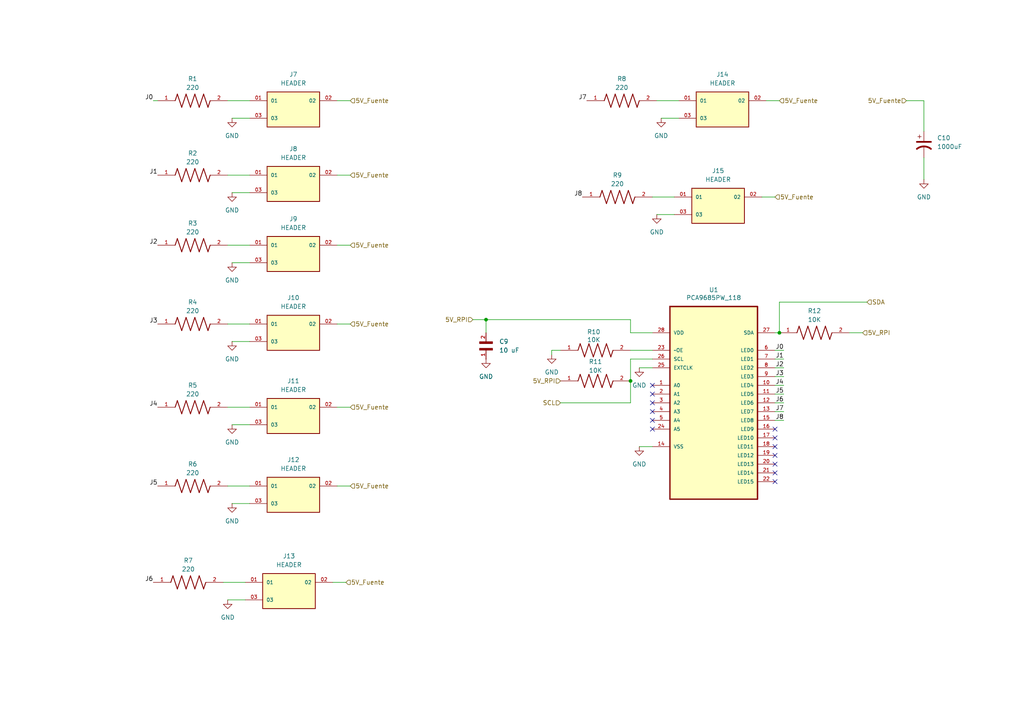
<source format=kicad_sch>
(kicad_sch (version 20250114) (generator "eeschema") (generator_version "9.0")
  (paper "A4")
  (title_block (title "Driver Servos"))
  (lib_symbols
    (symbol "CL31B106KOHNNNE:CL31B106KOHNNNE" (pin_names (offset 1.016))
      (property "Reference" "C" (at 0 3.8109 0))
      (property "Value" "CL31B106KOHNNNE" (at 0 -5.0885 0))
      (symbol "CL31B106KOHNNNE_0_0"
        (rectangle (start 0 -1.9069) (end 0.635 1.905) (stroke (width 0.1)) (fill (type outline)))
        (rectangle (start 1.9069 -1.9069) (end 2.54 1.905) (stroke (width 0.1)) (fill (type outline)))
        (pin passive line (at -2.54 0 0) (length 2.54) (name "~") (number "1"))
        (pin passive line (at 5.08 0 180) (length 2.54) (name "~") (number "2"))
      )
    )
    (symbol "CR0603AFX-1002EAS:CR0603AFX-1002EAS" (pin_names (offset 1.016))
      (property "Reference" "R" (at -7.6244 2.5415 0))
      (property "Value" "CR0603AFX-1002EAS" (at -7.63 -5.0866 0))
      (symbol "CR0603AFX-1002EAS_0_0"
        (polyline (pts (xy -5.08 0) (xy -4.445 1.905)) (stroke (width 0.254)))
        (polyline (pts (xy -4.445 1.905) (xy -3.175 -1.905)) (stroke (width 0.254)))
        (polyline (pts (xy -3.175 -1.905) (xy -1.905 1.905)) (stroke (width 0.254)))
        (polyline (pts (xy -1.905 1.905) (xy -0.635 -1.905)) (stroke (width 0.254)))
        (polyline (pts (xy -0.635 -1.905) (xy 0.635 1.905)) (stroke (width 0.254)))
        (polyline (pts (xy 0.635 1.905) (xy 1.905 -1.905)) (stroke (width 0.254)))
        (polyline (pts (xy 1.905 -1.905) (xy 3.175 1.905)) (stroke (width 0.254)))
        (polyline (pts (xy 3.175 1.905) (xy 4.445 -1.905)) (stroke (width 0.254)))
        (polyline (pts (xy 4.445 -1.905) (xy 5.08 0)) (stroke (width 0.254)))
        (pin passive line (at -10.16 0 0) (length 5.08) (name "~") (number "1"))
        (pin passive line (at 10.16 0 180) (length 5.08) (name "~") (number "2"))
      )
    )
    (symbol "Device:C_Polarized_US" (pin_numbers (hide yes)) (pin_names (offset 0.254) (hide yes))
      (property "Reference" "C" (at 0.635 2.54 0))
      (property "Value" "C_Polarized_US" (at 0.635 -2.54 0))
      (symbol "C_Polarized_US_0_1"
        (polyline (pts (xy -2.032 0.762) (xy 2.032 0.762)) (stroke (width 0.508)))
        (polyline (pts (xy -1.778 2.286) (xy -0.762 2.286)))
        (polyline (pts (xy -1.27 1.778) (xy -1.27 2.794)))
        (arc (start -2.032 -1.27) (mid 0 -0.5572) (end 2.032 -1.27) (stroke (width 0.508)))
      )
      (symbol "C_Polarized_US_1_1"
        (pin passive line (at 0 3.81 270) (length 2.794) (name "~") (number "1"))
        (pin passive line (at 0 -3.81 90) (length 3.302) (name "~") (number "2"))
      )
    )
    (symbol "PCA9685PW_118:PCA9685PW_118" (pin_names (offset 1.016))
      (property "Reference" "U" (at -5.3748 29.5233 0))
      (property "Value" "PCA9685PW_118" (at -3.0529 -35.7951 0))
      (symbol "PCA9685PW_118_0_0"
        (rectangle (start -12.7 -30.48) (end 12.7 25.4) (stroke (width 0.4064)) (fill (type background)))
        (pin power_in line (at -17.78 17.78 0) (length 5.08) (name "VDD") (number "28"))
        (pin input line (at -17.78 12.7 0) (length 5.08) (name "~OE") (number "23"))
        (pin input line (at -17.78 10.16 0) (length 5.08) (name "SCL") (number "26"))
        (pin input line (at -17.78 7.62 0) (length 5.08) (name "EXTCLK") (number "25"))
        (pin input line (at -17.78 2.54 0) (length 5.08) (name "A0") (number "1"))
        (pin input line (at -17.78 0 0) (length 5.08) (name "A1") (number "2"))
        (pin input line (at -17.78 -2.54 0) (length 5.08) (name "A2") (number "3"))
        (pin input line (at -17.78 -5.08 0) (length 5.08) (name "A3") (number "4"))
        (pin input line (at -17.78 -7.62 0) (length 5.08) (name "A4") (number "5"))
        (pin input line (at -17.78 -10.16 0) (length 5.08) (name "A5") (number "24"))
        (pin passive line (at -17.78 -15.24 0) (length 5.08) (name "VSS") (number "14"))
        (pin bidirectional line (at 17.78 17.78 180) (length 5.08) (name "SDA") (number "27"))
        (pin output line (at 17.78 12.7 180) (length 5.08) (name "LED0") (number "6"))
        (pin output line (at 17.78 10.16 180) (length 5.08) (name "LED1") (number "7"))
        (pin output line (at 17.78 7.62 180) (length 5.08) (name "LED2") (number "8"))
        (pin output line (at 17.78 5.08 180) (length 5.08) (name "LED3") (number "9"))
        (pin output line (at 17.78 2.54 180) (length 5.08) (name "LED4") (number "10"))
        (pin output line (at 17.78 0 180) (length 5.08) (name "LED5") (number "11"))
        (pin output line (at 17.78 -2.54 180) (length 5.08) (name "LED6") (number "12"))
        (pin output line (at 17.78 -5.08 180) (length 5.08) (name "LED7") (number "13"))
        (pin output line (at 17.78 -7.62 180) (length 5.08) (name "LED8") (number "15"))
        (pin output line (at 17.78 -10.16 180) (length 5.08) (name "LED9") (number "16"))
        (pin output line (at 17.78 -12.7 180) (length 5.08) (name "LED10") (number "17"))
        (pin output line (at 17.78 -15.24 180) (length 5.08) (name "LED11") (number "18"))
        (pin output line (at 17.78 -17.78 180) (length 5.08) (name "LED12") (number "19"))
        (pin output line (at 17.78 -20.32 180) (length 5.08) (name "LED13") (number "20"))
        (pin output line (at 17.78 -22.86 180) (length 5.08) (name "LED14") (number "21"))
        (pin output line (at 17.78 -25.4 180) (length 5.08) (name "LED15") (number "22"))
      )
    )
    (symbol "RC0402FR-07220RL:RC0402FR-07220RL" (pin_names (offset 1.016))
      (property "Reference" "R" (at -7.6244 2.5415 0))
      (property "Value" "RC0402FR-07220RL" (at -7.63 -5.0866 0))
      (symbol "RC0402FR-07220RL_0_0"
        (polyline (pts (xy -5.08 0) (xy -4.445 1.905)) (stroke (width 0.254)))
        (polyline (pts (xy -4.445 1.905) (xy -3.175 -1.905)) (stroke (width 0.254)))
        (polyline (pts (xy -3.175 -1.905) (xy -1.905 1.905)) (stroke (width 0.254)))
        (polyline (pts (xy -1.905 1.905) (xy -0.635 -1.905)) (stroke (width 0.254)))
        (polyline (pts (xy -0.635 -1.905) (xy 0.635 1.905)) (stroke (width 0.254)))
        (polyline (pts (xy 0.635 1.905) (xy 1.905 -1.905)) (stroke (width 0.254)))
        (polyline (pts (xy 1.905 -1.905) (xy 3.175 1.905)) (stroke (width 0.254)))
        (polyline (pts (xy 3.175 1.905) (xy 4.445 -1.905)) (stroke (width 0.254)))
        (polyline (pts (xy 4.445 -1.905) (xy 5.08 0)) (stroke (width 0.254)))
        (pin passive line (at -10.16 0 0) (length 5.08) (name "~") (number "1"))
        (pin passive line (at 10.16 0 180) (length 5.08) (name "~") (number "2"))
      )
    )
    (symbol "TSW-101-07-T-T:TSW-101-07-T-T" (pin_names (offset 1.016))
      (property "Reference" "J" (at -8.12 5.08 0))
      (property "Value" "TSW-101-07-T-T" (at -7.62 -7.62 0))
      (symbol "TSW-101-07-T-T_0_0"
        (rectangle (start -7.62 -5.08) (end 7.62 5.08) (stroke (width 0.254)) (fill (type background)))
        (pin passive line (at -12.7 2.54 0) (length 5.08) (name "01") (number "01"))
        (pin passive line (at -12.7 -2.54 0) (length 5.08) (name "03") (number "03"))
        (pin passive line (at 12.7 2.54 180) (length 5.08) (name "02") (number "02"))
      )
    )
    (symbol "power:GND" (power) (pin_numbers (hide yes)) (pin_names (offset 0) (hide yes))
      (property "Value" "GND" (at 0 -3.81 0))
      (symbol "GND_0_1"
        (polyline (pts (xy 0 0) (xy 0 -1.27) (xy 1.27 -1.27) (xy 0 -2.54) (xy -1.27 -1.27) (xy 0 -1.27)))
      )
      (symbol "GND_1_1"
        (pin power_in line (at 0 0 270) (length 0) (name "~") (number "1"))
      )
    )
  )
  (junction (at 182.88 110.49))
  (junction (at 140.97 92.71))
  (junction (at 226.06 96.52))
  (no_connect (at 189.23 124.46))
  (no_connect (at 224.79 134.62))
  (no_connect (at 224.79 127))
  (no_connect (at 189.23 119.38))
  (no_connect (at 224.79 139.7))
  (no_connect (at 224.79 129.54))
  (no_connect (at 189.23 111.76))
  (no_connect (at 224.79 132.08))
  (no_connect (at 189.23 121.92))
  (no_connect (at 224.79 137.16))
  (no_connect (at 189.23 114.3))
  (no_connect (at 189.23 116.84))
  (no_connect (at 224.79 124.46))
  (wire (pts (xy 97.79 71.12) (xy 101.6 71.12)))
  (wire (pts (xy 44.45 29.21) (xy 45.72 29.21)))
  (wire (pts (xy 64.77 168.91) (xy 71.12 168.91)))
  (wire (pts (xy 226.06 87.63) (xy 226.06 96.52)))
  (wire (pts (xy 137.16 92.71) (xy 140.97 92.71)))
  (wire (pts (xy 67.31 55.88) (xy 72.39 55.88)))
  (wire (pts (xy 162.56 116.84) (xy 182.88 116.84)))
  (wire (pts (xy 224.79 104.14) (xy 227.33 104.14)))
  (wire (pts (xy 182.88 92.71) (xy 182.88 96.52)))
  (wire (pts (xy 267.97 29.21) (xy 267.97 38.1)))
  (wire (pts (xy 140.97 92.71) (xy 140.97 96.52)))
  (wire (pts (xy 66.04 93.98) (xy 72.39 93.98)))
  (wire (pts (xy 191.77 34.29) (xy 196.85 34.29)))
  (wire (pts (xy 67.31 123.19) (xy 72.39 123.19)))
  (wire (pts (xy 66.04 173.99) (xy 71.12 173.99)))
  (wire (pts (xy 227.33 101.6) (xy 224.79 101.6)))
  (wire (pts (xy 67.31 76.2) (xy 72.39 76.2)))
  (wire (pts (xy 189.23 57.15) (xy 195.58 57.15)))
  (wire (pts (xy 66.04 140.97) (xy 72.39 140.97)))
  (wire (pts (xy 220.98 57.15) (xy 224.79 57.15)))
  (wire (pts (xy 224.79 96.52) (xy 226.06 96.52)))
  (wire (pts (xy 251.46 87.63) (xy 226.06 87.63)))
  (wire (pts (xy 190.5 29.21) (xy 196.85 29.21)))
  (wire (pts (xy 189.23 129.54) (xy 185.42 129.54)))
  (wire (pts (xy 182.88 101.6) (xy 189.23 101.6)))
  (wire (pts (xy 250.19 96.52) (xy 246.38 96.52)))
  (wire (pts (xy 97.79 93.98) (xy 101.6 93.98)))
  (wire (pts (xy 101.6 29.21) (xy 97.79 29.21)))
  (wire (pts (xy 222.25 29.21) (xy 226.06 29.21)))
  (wire (pts (xy 224.79 109.22) (xy 227.33 109.22)))
  (wire (pts (xy 97.79 118.11) (xy 101.6 118.11)))
  (wire (pts (xy 67.31 34.29) (xy 72.39 34.29)))
  (wire (pts (xy 182.88 104.14) (xy 189.23 104.14)))
  (wire (pts (xy 67.31 146.05) (xy 72.39 146.05)))
  (wire (pts (xy 140.97 92.71) (xy 182.88 92.71)))
  (wire (pts (xy 227.33 121.92) (xy 224.79 121.92)))
  (wire (pts (xy 160.02 101.6) (xy 162.56 101.6)))
  (wire (pts (xy 67.31 99.06) (xy 72.39 99.06)))
  (wire (pts (xy 182.88 110.49) (xy 182.88 104.14)))
  (wire (pts (xy 97.79 140.97) (xy 101.6 140.97)))
  (wire (pts (xy 227.33 116.84) (xy 224.79 116.84)))
  (wire (pts (xy 182.88 96.52) (xy 189.23 96.52)))
  (wire (pts (xy 97.79 50.8) (xy 101.6 50.8)))
  (wire (pts (xy 66.04 50.8) (xy 72.39 50.8)))
  (wire (pts (xy 227.33 119.38) (xy 224.79 119.38)))
  (wire (pts (xy 66.04 71.12) (xy 72.39 71.12)))
  (wire (pts (xy 190.5 62.23) (xy 195.58 62.23)))
  (wire (pts (xy 267.97 45.72) (xy 267.97 52.07)))
  (wire (pts (xy 96.52 168.91) (xy 100.33 168.91)))
  (wire (pts (xy 224.79 114.3) (xy 227.33 114.3)))
  (wire (pts (xy 224.79 106.68) (xy 227.33 106.68)))
  (wire (pts (xy 66.04 29.21) (xy 72.39 29.21)))
  (wire (pts (xy 224.79 111.76) (xy 227.33 111.76)))
  (wire (pts (xy 66.04 118.11) (xy 72.39 118.11)))
  (wire (pts (xy 267.97 29.21) (xy 262.89 29.21)))
  (wire (pts (xy 185.42 106.68) (xy 189.23 106.68)))
  (wire (pts (xy 182.88 116.84) (xy 182.88 110.49)))
  (wire (pts (xy 160.02 102.87) (xy 160.02 101.6)))
  (label "J4" (at 45.72 118.11 180))
  (label "J8" (at 227.33 121.92 180))
  (label "J3" (at 227.33 109.22 180))
  (label "J5" (at 45.72 140.97 180))
  (label "J8" (at 168.91 57.15 180))
  (label "J0" (at 44.45 29.21 180))
  (label "J1" (at 45.72 50.8 180))
  (label "J6" (at 227.33 116.84 180))
  (label "J6" (at 44.45 168.91 180))
  (label "J2" (at 227.33 106.68 180))
  (label "J0" (at 227.33 101.6 180))
  (label "J5" (at 227.33 114.3 180))
  (label "J4" (at 227.33 111.76 180))
  (label "J7" (at 170.18 29.21 180))
  (label "J2" (at 45.72 71.12 180))
  (label "J1" (at 227.33 104.14 180))
  (label "J3" (at 45.72 93.98 180))
  (label "J7" (at 227.33 119.38 180))
  (hierarchical_label "5V_RPI" (shape input) (at 162.56 110.49 180))
  (hierarchical_label "5V_Fuente" (shape input) (at 101.6 140.97 0))
  (hierarchical_label "5V_Fuente" (shape input) (at 100.33 168.91 0))
  (hierarchical_label "5V_Fuente" (shape input) (at 101.6 29.21 0))
  (hierarchical_label "5V_Fuente" (shape input) (at 262.89 29.21 180))
  (hierarchical_label "SDA" (shape input) (at 251.46 87.63 0))
  (hierarchical_label "5V_RPI" (shape input) (at 137.16 92.71 180))
  (hierarchical_label "SCL" (shape input) (at 162.56 116.84 180))
  (hierarchical_label "5V_Fuente" (shape input) (at 226.06 29.21 0))
  (hierarchical_label "5V_Fuente" (shape input) (at 101.6 93.98 0))
  (hierarchical_label "5V_Fuente" (shape input) (at 101.6 50.8 0))
  (hierarchical_label "5V_Fuente" (shape input) (at 101.6 118.11 0))
  (hierarchical_label "5V_Fuente" (shape input) (at 101.6 71.12 0))
  (hierarchical_label "5V_Fuente" (shape input) (at 224.79 57.15 0))
  (hierarchical_label "5V_RPI" (shape input) (at 250.19 96.52 0))
  (symbol (lib_id "TSW-101-07-T-T:TSW-101-07-T-T") (at 83.82 171.45 0) (unit 1)
    (property "Reference" "J13" (at 83.82 161.29 0))
    (property "Value" "HEADER" (at 83.82 163.83 0))
    (property "Footprint" "TSW-101-07-T-T:SAMTEC_TSW-101-07-T-T" (effects (hide yes)))
    (property "MF" "Samtec" (effects (hide yes)))
    (property "Description_1" "Connector Header Through Hole 3 position -" (effects (hide yes)))
    (property "Package" "None" (effects (hide yes)))
    (property "Price" "None" (effects (hide yes)))
    (property "Check_prices" "https://www.snapeda.com/parts/TSW-101-07-T-T/Samtec/view-part/?ref=eda" (effects (hide yes)))
    (property "STANDARD" "Manufacturer Recommendations" (effects (hide yes)))
    (property "PARTREV" "R" (effects (hide yes)))
    (property "SnapEDA_Link" "https://www.snapeda.com/parts/TSW-101-07-T-T/Samtec/view-part/?ref=snap" (effects (hide yes)))
    (property "MP" "TSW-101-07-T-T" (effects (hide yes)))
    (property "Availability" "In Stock" (effects (hide yes)))
    (property "MANUFACTURER" "Samtec" (effects (hide yes)))
  )
  (symbol (lib_id "RC0402FR-07220RL:RC0402FR-07220RL") (at 55.88 29.21 0) (unit 1)
    (property "Reference" "R1" (at 55.88 22.86 0))
    (property "Value" "220" (at 55.88 25.4 0))
    (property "Footprint" "RC0402FR-07220RL:RESC1005X40N" (effects (hide yes)))
    (property "MF" "Yageo" (effects (hide yes)))
    (property "Description_1" "220 Ohms ±1% 0.063W, 1/16W Chip Resistor 0402 (1005 Metric) Moisture Resistant Thick Film" (effects (hide yes)))
    (property "Package" "1005 Panasonic Electronic Components" (effects (hide yes)))
    (property "Price" "None" (effects (hide yes)))
    (property "SnapEDA_Link" "https://www.snapeda.com/parts/RC0402FR-07220RL/Yageo/view-part/?ref=snap" (effects (hide yes)))
    (property "MP" "RC0402FR-07220RL" (effects (hide yes)))
    (property "Availability" "In Stock" (effects (hide yes)))
    (property "Check_prices" "https://www.snapeda.com/parts/RC0402FR-07220RL/Yageo/view-part/?ref=eda" (effects (hide yes)))
  )
  (symbol (lib_id "power:GND") (at 67.31 55.88 0) (unit 1)
    (property "Reference" "#PWR018" (effects (hide yes)))
    (property "Value" "GND" (at 67.31 60.96 0))
    (property "Description" "Power symbol creates a global label with name \"GND\" , ground" (effects (hide yes)))
  )
  (symbol (lib_id "power:GND") (at 191.77 34.29 0) (unit 1)
    (property "Reference" "#PWR024" (effects (hide yes)))
    (property "Value" "GND" (at 191.77 39.37 0))
    (property "Description" "Power symbol creates a global label with name \"GND\" , ground" (effects (hide yes)))
  )
  (symbol (lib_id "RC0402FR-07220RL:RC0402FR-07220RL") (at 179.07 57.15 0) (unit 1)
    (property "Reference" "R9" (at 179.07 50.8 0))
    (property "Value" "220" (at 179.07 53.34 0))
    (property "Footprint" "RC0402FR-07220RL:RESC1005X40N" (effects (hide yes)))
    (property "MF" "Yageo" (effects (hide yes)))
    (property "Description_1" "220 Ohms ±1% 0.063W, 1/16W Chip Resistor 0402 (1005 Metric) Moisture Resistant Thick Film" (effects (hide yes)))
    (property "Package" "1005 Panasonic Electronic Components" (effects (hide yes)))
    (property "Price" "None" (effects (hide yes)))
    (property "SnapEDA_Link" "https://www.snapeda.com/parts/RC0402FR-07220RL/Yageo/view-part/?ref=snap" (effects (hide yes)))
    (property "MP" "RC0402FR-07220RL" (effects (hide yes)))
    (property "Availability" "In Stock" (effects (hide yes)))
    (property "Check_prices" "https://www.snapeda.com/parts/RC0402FR-07220RL/Yageo/view-part/?ref=eda" (effects (hide yes)))
  )
  (symbol (lib_id "TSW-101-07-T-T:TSW-101-07-T-T") (at 85.09 96.52 0) (unit 1)
    (property "Reference" "J10" (at 85.09 86.36 0))
    (property "Value" "HEADER" (at 85.09 88.9 0))
    (property "Footprint" "TSW-101-07-T-T:SAMTEC_TSW-101-07-T-T" (effects (hide yes)))
    (property "MF" "Samtec" (effects (hide yes)))
    (property "Description_1" "Connector Header Through Hole 3 position -" (effects (hide yes)))
    (property "Package" "None" (effects (hide yes)))
    (property "Price" "None" (effects (hide yes)))
    (property "Check_prices" "https://www.snapeda.com/parts/TSW-101-07-T-T/Samtec/view-part/?ref=eda" (effects (hide yes)))
    (property "STANDARD" "Manufacturer Recommendations" (effects (hide yes)))
    (property "PARTREV" "R" (effects (hide yes)))
    (property "SnapEDA_Link" "https://www.snapeda.com/parts/TSW-101-07-T-T/Samtec/view-part/?ref=snap" (effects (hide yes)))
    (property "MP" "TSW-101-07-T-T" (effects (hide yes)))
    (property "Availability" "In Stock" (effects (hide yes)))
    (property "MANUFACTURER" "Samtec" (effects (hide yes)))
  )
  (symbol (lib_id "power:GND") (at 185.42 106.68 0) (unit 1)
    (property "Reference" "#PWR015" (effects (hide yes)))
    (property "Value" "GND" (at 185.42 111.76 0))
    (property "Description" "Power symbol creates a global label with name \"GND\" , ground" (effects (hide yes)))
  )
  (symbol (lib_id "power:GND") (at 67.31 99.06 0) (unit 1)
    (property "Reference" "#PWR020" (effects (hide yes)))
    (property "Value" "GND" (at 67.31 104.14 0))
    (property "Description" "Power symbol creates a global label with name \"GND\" , ground" (effects (hide yes)))
  )
  (symbol (lib_id "power:GND") (at 267.97 52.07 0) (unit 1)
    (property "Reference" "#PWR038" (effects (hide yes)))
    (property "Value" "GND" (at 267.97 57.15 0))
    (property "Description" "Power symbol creates a global label with name \"GND\" , ground" (effects (hide yes)))
  )
  (symbol (lib_id "CR0603AFX-1002EAS:CR0603AFX-1002EAS") (at 172.72 110.49 0) (unit 1)
    (property "Reference" "R11" (at 172.72 104.902 0))
    (property "Value" "10K" (at 172.72 107.442 0))
    (property "Footprint" "CR0603AFX-1002EAS:RESC1608X55N" (effects (hide yes)))
    (property "MF" "Bourns" (effects (hide yes)))
    (property "Description_1" "Resistor, AS 0603 10k 1% 100mW TC100 | Bourns CR0603AFX-1002EAS" (effects (hide yes)))
    (property "Package" "0603-2 Bourns" (effects (hide yes)))
    (property "Price" "None" (effects (hide yes)))
    (property "SnapEDA_Link" "https://www.snapeda.com/parts/CR0603AFX-1002EAS/Bourns/view-part/?ref=snap" (effects (hide yes)))
    (property "MP" "CR0603AFX-1002EAS" (effects (hide yes)))
    (property "Availability" "In Stock" (effects (hide yes)))
    (property "Check_prices" "https://www.snapeda.com/parts/CR0603AFX-1002EAS/Bourns/view-part/?ref=eda" (effects (hide yes)))
  )
  (symbol (lib_id "TSW-101-07-T-T:TSW-101-07-T-T") (at 85.09 143.51 0) (unit 1)
    (property "Reference" "J12" (at 85.09 133.35 0))
    (property "Value" "HEADER" (at 85.09 135.89 0))
    (property "Footprint" "TSW-101-07-T-T:SAMTEC_TSW-101-07-T-T" (effects (hide yes)))
    (property "MF" "Samtec" (effects (hide yes)))
    (property "Description_1" "Connector Header Through Hole 3 position -" (effects (hide yes)))
    (property "Package" "None" (effects (hide yes)))
    (property "Price" "None" (effects (hide yes)))
    (property "Check_prices" "https://www.snapeda.com/parts/TSW-101-07-T-T/Samtec/view-part/?ref=eda" (effects (hide yes)))
    (property "STANDARD" "Manufacturer Recommendations" (effects (hide yes)))
    (property "PARTREV" "R" (effects (hide yes)))
    (property "SnapEDA_Link" "https://www.snapeda.com/parts/TSW-101-07-T-T/Samtec/view-part/?ref=snap" (effects (hide yes)))
    (property "MP" "TSW-101-07-T-T" (effects (hide yes)))
    (property "Availability" "In Stock" (effects (hide yes)))
    (property "MANUFACTURER" "Samtec" (effects (hide yes)))
  )
  (symbol (lib_id "TSW-101-07-T-T:TSW-101-07-T-T") (at 208.28 59.69 0) (unit 1)
    (property "Reference" "J15" (at 208.28 49.53 0))
    (property "Value" "HEADER" (at 208.28 52.07 0))
    (property "Footprint" "TSW-101-07-T-T:SAMTEC_TSW-101-07-T-T" (effects (hide yes)))
    (property "MF" "Samtec" (effects (hide yes)))
    (property "Description_1" "Connector Header Through Hole 3 position -" (effects (hide yes)))
    (property "Package" "None" (effects (hide yes)))
    (property "Price" "None" (effects (hide yes)))
    (property "Check_prices" "https://www.snapeda.com/parts/TSW-101-07-T-T/Samtec/view-part/?ref=eda" (effects (hide yes)))
    (property "STANDARD" "Manufacturer Recommendations" (effects (hide yes)))
    (property "PARTREV" "R" (effects (hide yes)))
    (property "SnapEDA_Link" "https://www.snapeda.com/parts/TSW-101-07-T-T/Samtec/view-part/?ref=snap" (effects (hide yes)))
    (property "MP" "TSW-101-07-T-T" (effects (hide yes)))
    (property "Availability" "In Stock" (effects (hide yes)))
    (property "MANUFACTURER" "Samtec" (effects (hide yes)))
  )
  (symbol (lib_id "PCA9685PW_118:PCA9685PW_118") (at 207.01 114.3 0) (unit 1)
    (property "Reference" "U1" (at 207.01 84.074 0))
    (property "Value" "PCA9685PW_118" (at 207.01 86.36 0))
    (property "Footprint" "PCA9685PW_118:SOP65P640X110-28N" (effects (hide yes)))
    (property "MF" "NXP USA" (effects (hide yes)))
    (property "Description_1" "LED Driver IC 16 Output Linear - PWM Dimming 25mA 28-TSSOP" (effects (hide yes)))
    (property "PACKAGE" "TSSOP-28" (effects (hide yes)))
    (property "MPN" "PCA9685PW,118" (effects (hide yes)))
    (property "Price" "None" (effects (hide yes)))
    (property "Package" "TSSOP-28 NXP Semiconductors" (effects (hide yes)))
    (property "OC_FARNELL" "1854074" (effects (hide yes)))
    (property "SnapEDA_Link" "https://www.snapeda.com/parts/PCA9685PW,118/NXP+Semiconductors/view-part/?ref=snap" (effects (hide yes)))
    (property "MP" "PCA9685PW,118" (effects (hide yes)))
    (property "SUPPLIER" "NXP" (effects (hide yes)))
    (property "OC_NEWARK" "19T6398" (effects (hide yes)))
    (property "Availability" "In Stock" (effects (hide yes)))
    (property "Check_prices" "https://www.snapeda.com/parts/PCA9685PW,118/NXP+Semiconductors/view-part/?ref=eda" (effects (hide yes)))
  )
  (symbol (lib_id "power:GND") (at 160.02 102.87 0) (unit 1)
    (property "Reference" "#PWR014" (effects (hide yes)))
    (property "Value" "GND" (at 160.02 107.95 0))
    (property "Description" "Power symbol creates a global label with name \"GND\" , ground" (effects (hide yes)))
  )
  (symbol (lib_id "power:GND") (at 67.31 34.29 0) (unit 1)
    (property "Reference" "#PWR017" (effects (hide yes)))
    (property "Value" "GND" (at 67.31 39.37 0))
    (property "Description" "Power symbol creates a global label with name \"GND\" , ground" (effects (hide yes)))
  )
  (symbol (lib_id "TSW-101-07-T-T:TSW-101-07-T-T") (at 85.09 120.65 0) (unit 1)
    (property "Reference" "J11" (at 85.09 110.49 0))
    (property "Value" "HEADER" (at 85.09 113.03 0))
    (property "Footprint" "TSW-101-07-T-T:SAMTEC_TSW-101-07-T-T" (effects (hide yes)))
    (property "MF" "Samtec" (effects (hide yes)))
    (property "Description_1" "Connector Header Through Hole 3 position -" (effects (hide yes)))
    (property "Package" "None" (effects (hide yes)))
    (property "Price" "None" (effects (hide yes)))
    (property "Check_prices" "https://www.snapeda.com/parts/TSW-101-07-T-T/Samtec/view-part/?ref=eda" (effects (hide yes)))
    (property "STANDARD" "Manufacturer Recommendations" (effects (hide yes)))
    (property "PARTREV" "R" (effects (hide yes)))
    (property "SnapEDA_Link" "https://www.snapeda.com/parts/TSW-101-07-T-T/Samtec/view-part/?ref=snap" (effects (hide yes)))
    (property "MP" "TSW-101-07-T-T" (effects (hide yes)))
    (property "Availability" "In Stock" (effects (hide yes)))
    (property "MANUFACTURER" "Samtec" (effects (hide yes)))
  )
  (symbol (lib_id "CR0603AFX-1002EAS:CR0603AFX-1002EAS") (at 172.72 101.6 0) (unit 1)
    (property "Reference" "R10" (at 172.212 96.266 0))
    (property "Value" "10K" (at 172.212 98.552 0))
    (property "Footprint" "CR0603AFX-1002EAS:RESC1608X55N" (effects (hide yes)))
    (property "MF" "Bourns" (effects (hide yes)))
    (property "Description_1" "Resistor, AS 0603 10k 1% 100mW TC100 | Bourns CR0603AFX-1002EAS" (effects (hide yes)))
    (property "Package" "0603-2 Bourns" (effects (hide yes)))
    (property "Price" "None" (effects (hide yes)))
    (property "SnapEDA_Link" "https://www.snapeda.com/parts/CR0603AFX-1002EAS/Bourns/view-part/?ref=snap" (effects (hide yes)))
    (property "MP" "CR0603AFX-1002EAS" (effects (hide yes)))
    (property "Availability" "In Stock" (effects (hide yes)))
    (property "Check_prices" "https://www.snapeda.com/parts/CR0603AFX-1002EAS/Bourns/view-part/?ref=eda" (effects (hide yes)))
  )
  (symbol (lib_id "power:GND") (at 67.31 146.05 0) (unit 1)
    (property "Reference" "#PWR022" (effects (hide yes)))
    (property "Value" "GND" (at 67.31 151.13 0))
    (property "Description" "Power symbol creates a global label with name \"GND\" , ground" (effects (hide yes)))
  )
  (symbol (lib_id "RC0402FR-07220RL:RC0402FR-07220RL") (at 55.88 71.12 0) (unit 1)
    (property "Reference" "R3" (at 55.88 64.77 0))
    (property "Value" "220" (at 55.88 67.31 0))
    (property "Footprint" "RC0402FR-07220RL:RESC1005X40N" (effects (hide yes)))
    (property "MF" "Yageo" (effects (hide yes)))
    (property "Description_1" "220 Ohms ±1% 0.063W, 1/16W Chip Resistor 0402 (1005 Metric) Moisture Resistant Thick Film" (effects (hide yes)))
    (property "Package" "1005 Panasonic Electronic Components" (effects (hide yes)))
    (property "Price" "None" (effects (hide yes)))
    (property "SnapEDA_Link" "https://www.snapeda.com/parts/RC0402FR-07220RL/Yageo/view-part/?ref=snap" (effects (hide yes)))
    (property "MP" "RC0402FR-07220RL" (effects (hide yes)))
    (property "Availability" "In Stock" (effects (hide yes)))
    (property "Check_prices" "https://www.snapeda.com/parts/RC0402FR-07220RL/Yageo/view-part/?ref=eda" (effects (hide yes)))
  )
  (symbol (lib_id "CR0603AFX-1002EAS:CR0603AFX-1002EAS") (at 236.22 96.52 0) (unit 1)
    (property "Reference" "R12" (at 236.22 90.17 0))
    (property "Value" "10K" (at 236.22 92.71 0))
    (property "Footprint" "CR0603AFX-1002EAS:RESC1608X55N" (effects (hide yes)))
    (property "MF" "Bourns" (effects (hide yes)))
    (property "Description_1" "Resistor, AS 0603 10k 1% 100mW TC100 | Bourns CR0603AFX-1002EAS" (effects (hide yes)))
    (property "Package" "0603-2 Bourns" (effects (hide yes)))
    (property "Price" "None" (effects (hide yes)))
    (property "SnapEDA_Link" "https://www.snapeda.com/parts/CR0603AFX-1002EAS/Bourns/view-part/?ref=snap" (effects (hide yes)))
    (property "MP" "CR0603AFX-1002EAS" (effects (hide yes)))
    (property "Availability" "In Stock" (effects (hide yes)))
    (property "Check_prices" "https://www.snapeda.com/parts/CR0603AFX-1002EAS/Bourns/view-part/?ref=eda" (effects (hide yes)))
  )
  (symbol (lib_id "RC0402FR-07220RL:RC0402FR-07220RL") (at 55.88 50.8 0) (unit 1)
    (property "Reference" "R2" (at 55.88 44.45 0))
    (property "Value" "220" (at 55.88 46.99 0))
    (property "Footprint" "RC0402FR-07220RL:RESC1005X40N" (effects (hide yes)))
    (property "MF" "Yageo" (effects (hide yes)))
    (property "Description_1" "220 Ohms ±1% 0.063W, 1/16W Chip Resistor 0402 (1005 Metric) Moisture Resistant Thick Film" (effects (hide yes)))
    (property "Package" "1005 Panasonic Electronic Components" (effects (hide yes)))
    (property "Price" "None" (effects (hide yes)))
    (property "SnapEDA_Link" "https://www.snapeda.com/parts/RC0402FR-07220RL/Yageo/view-part/?ref=snap" (effects (hide yes)))
    (property "MP" "RC0402FR-07220RL" (effects (hide yes)))
    (property "Availability" "In Stock" (effects (hide yes)))
    (property "Check_prices" "https://www.snapeda.com/parts/RC0402FR-07220RL/Yageo/view-part/?ref=eda" (effects (hide yes)))
  )
  (symbol (lib_id "power:GND") (at 67.31 123.19 0) (unit 1)
    (property "Reference" "#PWR021" (effects (hide yes)))
    (property "Value" "GND" (at 67.31 128.27 0))
    (property "Description" "Power symbol creates a global label with name \"GND\" , ground" (effects (hide yes)))
  )
  (symbol (lib_id "power:GND") (at 185.42 129.54 0) (unit 1)
    (property "Reference" "#PWR016" (effects (hide yes)))
    (property "Value" "GND" (at 185.42 134.62 0))
    (property "Description" "Power symbol creates a global label with name \"GND\" , ground" (effects (hide yes)))
  )
  (symbol (lib_id "RC0402FR-07220RL:RC0402FR-07220RL") (at 54.61 168.91 0) (unit 1)
    (property "Reference" "R7" (at 54.61 162.56 0))
    (property "Value" "220" (at 54.61 165.1 0))
    (property "Footprint" "RC0402FR-07220RL:RESC1005X40N" (effects (hide yes)))
    (property "MF" "Yageo" (effects (hide yes)))
    (property "Description_1" "220 Ohms ±1% 0.063W, 1/16W Chip Resistor 0402 (1005 Metric) Moisture Resistant Thick Film" (effects (hide yes)))
    (property "Package" "1005 Panasonic Electronic Components" (effects (hide yes)))
    (property "Price" "None" (effects (hide yes)))
    (property "SnapEDA_Link" "https://www.snapeda.com/parts/RC0402FR-07220RL/Yageo/view-part/?ref=snap" (effects (hide yes)))
    (property "MP" "RC0402FR-07220RL" (effects (hide yes)))
    (property "Availability" "In Stock" (effects (hide yes)))
    (property "Check_prices" "https://www.snapeda.com/parts/RC0402FR-07220RL/Yageo/view-part/?ref=eda" (effects (hide yes)))
  )
  (symbol (lib_id "TSW-101-07-T-T:TSW-101-07-T-T") (at 85.09 31.75 0) (unit 1)
    (property "Reference" "J7" (at 85.09 21.59 0))
    (property "Value" "HEADER" (at 85.09 24.13 0))
    (property "Footprint" "TSW-101-07-T-T:SAMTEC_TSW-101-07-T-T" (effects (hide yes)))
    (property "MF" "Samtec" (effects (hide yes)))
    (property "Description_1" "Connector Header Through Hole 3 position -" (effects (hide yes)))
    (property "Package" "None" (effects (hide yes)))
    (property "Price" "None" (effects (hide yes)))
    (property "Check_prices" "https://www.snapeda.com/parts/TSW-101-07-T-T/Samtec/view-part/?ref=eda" (effects (hide yes)))
    (property "STANDARD" "Manufacturer Recommendations" (effects (hide yes)))
    (property "PARTREV" "R" (effects (hide yes)))
    (property "SnapEDA_Link" "https://www.snapeda.com/parts/TSW-101-07-T-T/Samtec/view-part/?ref=snap" (effects (hide yes)))
    (property "MP" "TSW-101-07-T-T" (effects (hide yes)))
    (property "Availability" "In Stock" (effects (hide yes)))
    (property "MANUFACTURER" "Samtec" (effects (hide yes)))
  )
  (symbol (lib_id "TSW-101-07-T-T:TSW-101-07-T-T") (at 209.55 31.75 0) (unit 1)
    (property "Reference" "J14" (at 209.55 21.59 0))
    (property "Value" "HEADER" (at 209.55 24.13 0))
    (property "Footprint" "TSW-101-07-T-T:SAMTEC_TSW-101-07-T-T" (effects (hide yes)))
    (property "MF" "Samtec" (effects (hide yes)))
    (property "Description_1" "Connector Header Through Hole 3 position -" (effects (hide yes)))
    (property "Package" "None" (effects (hide yes)))
    (property "Price" "None" (effects (hide yes)))
    (property "Check_prices" "https://www.snapeda.com/parts/TSW-101-07-T-T/Samtec/view-part/?ref=eda" (effects (hide yes)))
    (property "STANDARD" "Manufacturer Recommendations" (effects (hide yes)))
    (property "PARTREV" "R" (effects (hide yes)))
    (property "SnapEDA_Link" "https://www.snapeda.com/parts/TSW-101-07-T-T/Samtec/view-part/?ref=snap" (effects (hide yes)))
    (property "MP" "TSW-101-07-T-T" (effects (hide yes)))
    (property "Availability" "In Stock" (effects (hide yes)))
    (property "MANUFACTURER" "Samtec" (effects (hide yes)))
  )
  (symbol (lib_id "RC0402FR-07220RL:RC0402FR-07220RL") (at 180.34 29.21 0) (unit 1)
    (property "Reference" "R8" (at 180.34 22.86 0))
    (property "Value" "220" (at 180.34 25.4 0))
    (property "Footprint" "RC0402FR-07220RL:RESC1005X40N" (effects (hide yes)))
    (property "MF" "Yageo" (effects (hide yes)))
    (property "Description_1" "220 Ohms ±1% 0.063W, 1/16W Chip Resistor 0402 (1005 Metric) Moisture Resistant Thick Film" (effects (hide yes)))
    (property "Package" "1005 Panasonic Electronic Components" (effects (hide yes)))
    (property "Price" "None" (effects (hide yes)))
    (property "SnapEDA_Link" "https://www.snapeda.com/parts/RC0402FR-07220RL/Yageo/view-part/?ref=snap" (effects (hide yes)))
    (property "MP" "RC0402FR-07220RL" (effects (hide yes)))
    (property "Availability" "In Stock" (effects (hide yes)))
    (property "Check_prices" "https://www.snapeda.com/parts/RC0402FR-07220RL/Yageo/view-part/?ref=eda" (effects (hide yes)))
  )
  (symbol (lib_id "power:GND") (at 190.5 62.23 0) (unit 1)
    (property "Reference" "#PWR023" (effects (hide yes)))
    (property "Value" "GND" (at 190.5 67.31 0))
    (property "Description" "Power symbol creates a global label with name \"GND\" , ground" (effects (hide yes)))
  )
  (symbol (lib_id "TSW-101-07-T-T:TSW-101-07-T-T") (at 85.09 53.34 0) (unit 1)
    (property "Reference" "J8" (at 85.09 43.18 0))
    (property "Value" "HEADER" (at 85.09 45.72 0))
    (property "Footprint" "TSW-101-07-T-T:SAMTEC_TSW-101-07-T-T" (effects (hide yes)))
    (property "MF" "Samtec" (effects (hide yes)))
    (property "Description_1" "Connector Header Through Hole 3 position -" (effects (hide yes)))
    (property "Package" "None" (effects (hide yes)))
    (property "Price" "None" (effects (hide yes)))
    (property "Check_prices" "https://www.snapeda.com/parts/TSW-101-07-T-T/Samtec/view-part/?ref=eda" (effects (hide yes)))
    (property "STANDARD" "Manufacturer Recommendations" (effects (hide yes)))
    (property "PARTREV" "R" (effects (hide yes)))
    (property "SnapEDA_Link" "https://www.snapeda.com/parts/TSW-101-07-T-T/Samtec/view-part/?ref=snap" (effects (hide yes)))
    (property "MP" "TSW-101-07-T-T" (effects (hide yes)))
    (property "Availability" "In Stock" (effects (hide yes)))
    (property "MANUFACTURER" "Samtec" (effects (hide yes)))
  )
  (symbol (lib_id "RC0402FR-07220RL:RC0402FR-07220RL") (at 55.88 140.97 0) (unit 1)
    (property "Reference" "R6" (at 55.88 134.62 0))
    (property "Value" "220" (at 55.88 137.16 0))
    (property "Footprint" "RC0402FR-07220RL:RESC1005X40N" (effects (hide yes)))
    (property "MF" "Yageo" (effects (hide yes)))
    (property "Description_1" "220 Ohms ±1% 0.063W, 1/16W Chip Resistor 0402 (1005 Metric) Moisture Resistant Thick Film" (effects (hide yes)))
    (property "Package" "1005 Panasonic Electronic Components" (effects (hide yes)))
    (property "Price" "None" (effects (hide yes)))
    (property "SnapEDA_Link" "https://www.snapeda.com/parts/RC0402FR-07220RL/Yageo/view-part/?ref=snap" (effects (hide yes)))
    (property "MP" "RC0402FR-07220RL" (effects (hide yes)))
    (property "Availability" "In Stock" (effects (hide yes)))
    (property "Check_prices" "https://www.snapeda.com/parts/RC0402FR-07220RL/Yageo/view-part/?ref=eda" (effects (hide yes)))
  )
  (symbol (lib_id "RC0402FR-07220RL:RC0402FR-07220RL") (at 55.88 118.11 0) (unit 1)
    (property "Reference" "R5" (at 55.88 111.76 0))
    (property "Value" "220" (at 55.88 114.3 0))
    (property "Footprint" "RC0402FR-07220RL:RESC1005X40N" (effects (hide yes)))
    (property "MF" "Yageo" (effects (hide yes)))
    (property "Description_1" "220 Ohms ±1% 0.063W, 1/16W Chip Resistor 0402 (1005 Metric) Moisture Resistant Thick Film" (effects (hide yes)))
    (property "Package" "1005 Panasonic Electronic Components" (effects (hide yes)))
    (property "Price" "None" (effects (hide yes)))
    (property "SnapEDA_Link" "https://www.snapeda.com/parts/RC0402FR-07220RL/Yageo/view-part/?ref=snap" (effects (hide yes)))
    (property "MP" "RC0402FR-07220RL" (effects (hide yes)))
    (property "Availability" "In Stock" (effects (hide yes)))
    (property "Check_prices" "https://www.snapeda.com/parts/RC0402FR-07220RL/Yageo/view-part/?ref=eda" (effects (hide yes)))
  )
  (symbol (lib_id "RC0402FR-07220RL:RC0402FR-07220RL") (at 55.88 93.98 0) (unit 1)
    (property "Reference" "R4" (at 55.88 87.63 0))
    (property "Value" "220" (at 55.88 90.17 0))
    (property "Footprint" "RC0402FR-07220RL:RESC1005X40N" (effects (hide yes)))
    (property "MF" "Yageo" (effects (hide yes)))
    (property "Description_1" "220 Ohms ±1% 0.063W, 1/16W Chip Resistor 0402 (1005 Metric) Moisture Resistant Thick Film" (effects (hide yes)))
    (property "Package" "1005 Panasonic Electronic Components" (effects (hide yes)))
    (property "Price" "None" (effects (hide yes)))
    (property "SnapEDA_Link" "https://www.snapeda.com/parts/RC0402FR-07220RL/Yageo/view-part/?ref=snap" (effects (hide yes)))
    (property "MP" "RC0402FR-07220RL" (effects (hide yes)))
    (property "Availability" "In Stock" (effects (hide yes)))
    (property "Check_prices" "https://www.snapeda.com/parts/RC0402FR-07220RL/Yageo/view-part/?ref=eda" (effects (hide yes)))
  )
  (symbol (lib_id "power:GND") (at 140.97 104.14 0) (unit 1)
    (property "Reference" "#PWR013" (effects (hide yes)))
    (property "Value" "GND" (at 140.97 109.22 0))
    (property "Description" "Power symbol creates a global label with name \"GND\" , ground" (effects (hide yes)))
  )
  (symbol (lib_id "power:GND") (at 66.04 173.99 0) (unit 1)
    (property "Reference" "#PWR010" (effects (hide yes)))
    (property "Value" "GND" (at 66.04 179.07 0))
    (property "Description" "Power symbol creates a global label with name \"GND\" , ground" (effects (hide yes)))
  )
  (symbol (lib_id "CL31B106KOHNNNE:CL31B106KOHNNNE") (at 140.97 101.6 90) (unit 1)
    (property "Reference" "C9" (at 144.78 99.0599 90) (effects (justify right)))
    (property "Value" "10 uF" (at 144.78 101.5999 90) (effects (justify right)))
    (property "Footprint" "CL31B106KOHNNNE:CAPC3216X180N" (effects (hide yes)))
    (property "L1_min" "0.2" (effects (hide yes)))
    (property "Check_prices" "https://www.snapeda.com/parts/CL31B106KOHNNNE/Samsung/view-part/?ref=eda" (effects (hide yes)))
    (property "Package" "SMD-2 Samsung" (effects (hide yes)))
    (property "SnapEDA_Link" "https://www.snapeda.com/parts/CL31B106KOHNNNE/Samsung/view-part/?ref=snap" (effects (hide yes)))
    (property "STANDARD" "IPC 7351B" (effects (hide yes)))
    (property "E_min" "1.4" (effects (hide yes)))
    (property "MF" "Samsung" (effects (hide yes)))
    (property "D_min" "3.0" (effects (hide yes)))
    (property "D_nom" "3.2" (effects (hide yes)))
    (property "L_min" "0.2" (effects (hide yes)))
    (property "E_max" "1.8" (effects (hide yes)))
    (property "L_max" "0.8" (effects (hide yes)))
    (property "A_max" "1.8" (effects (hide yes)))
    (property "L1_nom" "0.5" (effects (hide yes)))
    (property "Description_1" "10 µF ±10% 16V Ceramic Capacitor X7R 1206 (3216 Metric)" (effects (hide yes)))
    (property "D_max" "3.4" (effects (hide yes)))
    (property "A_nom" "1.8" (effects (hide yes)))
    (property "L1_max" "0.8" (effects (hide yes)))
    (property "A_min" "1.8" (effects (hide yes)))
    (property "Availability" "In Stock" (effects (hide yes)))
    (property "MP" "CL31B106KOHNNNE" (effects (hide yes)))
    (property "E_nom" "1.6" (effects (hide yes)))
    (property "MANUFACTURER" "Samsung" (effects (hide yes)))
    (property "Price" "None" (effects (hide yes)))
    (property "L_nom" "0.5" (effects (hide yes)))
  )
  (symbol (lib_id "Device:C_Polarized_US") (at 267.97 41.91 0) (unit 1)
    (property "Reference" "C10" (at 271.78 40.0049 0) (effects (justify left)))
    (property "Value" "1000uF" (at 271.78 42.5449 0) (effects (justify left)))
    (property "Footprint" "EEUFR1E102LB:CAPPRD500W60D1000H2500" (effects (hide yes)))
    (property "Description" "Polarized capacitor, US symbol" (effects (hide yes)))
  )
  (symbol (lib_id "power:GND") (at 67.31 76.2 0) (unit 1)
    (property "Reference" "#PWR019" (effects (hide yes)))
    (property "Value" "GND" (at 67.31 81.28 0))
    (property "Description" "Power symbol creates a global label with name \"GND\" , ground" (effects (hide yes)))
  )
  (symbol (lib_id "TSW-101-07-T-T:TSW-101-07-T-T") (at 85.09 73.66 0) (unit 1)
    (property "Reference" "J9" (at 85.09 63.5 0))
    (property "Value" "HEADER" (at 85.09 66.04 0))
    (property "Footprint" "TSW-101-07-T-T:SAMTEC_TSW-101-07-T-T" (effects (hide yes)))
    (property "MF" "Samtec" (effects (hide yes)))
    (property "Description_1" "Connector Header Through Hole 3 position -" (effects (hide yes)))
    (property "Package" "None" (effects (hide yes)))
    (property "Price" "None" (effects (hide yes)))
    (property "Check_prices" "https://www.snapeda.com/parts/TSW-101-07-T-T/Samtec/view-part/?ref=eda" (effects (hide yes)))
    (property "STANDARD" "Manufacturer Recommendations" (effects (hide yes)))
    (property "PARTREV" "R" (effects (hide yes)))
    (property "SnapEDA_Link" "https://www.snapeda.com/parts/TSW-101-07-T-T/Samtec/view-part/?ref=snap" (effects (hide yes)))
    (property "MP" "TSW-101-07-T-T" (effects (hide yes)))
    (property "Availability" "In Stock" (effects (hide yes)))
    (property "MANUFACTURER" "Samtec" (effects (hide yes)))
  )
)
</source>
